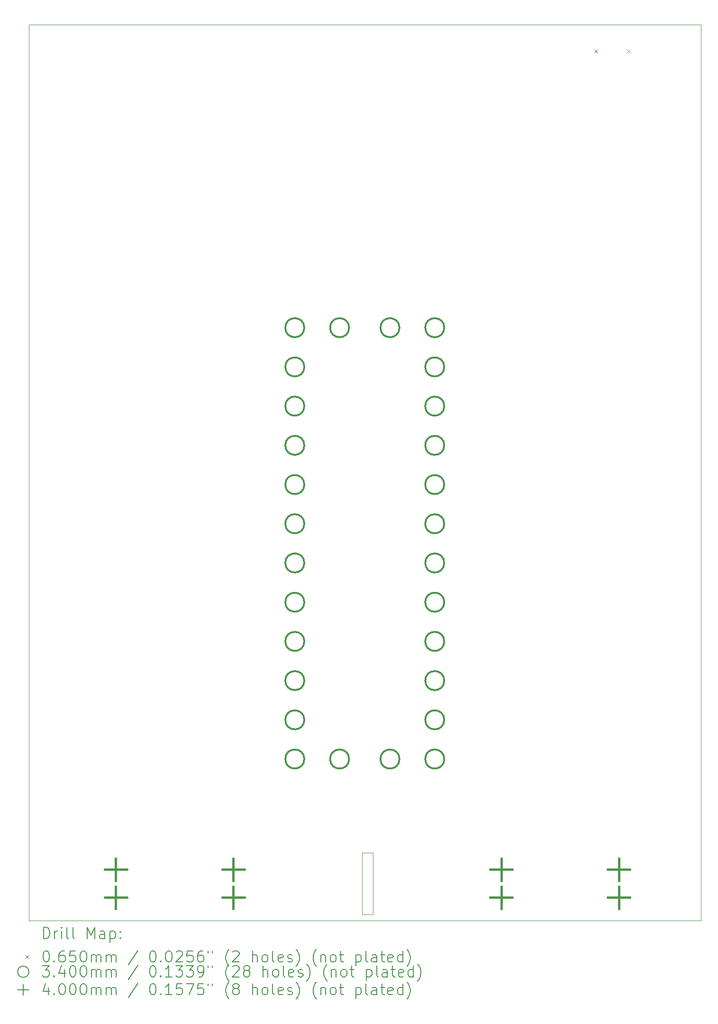
<source format=gbr>
%TF.GenerationSoftware,KiCad,Pcbnew,8.0.9-8.0.9-0~ubuntu24.04.1*%
%TF.CreationDate,2025-03-26T21:18:23+01:00*%
%TF.ProjectId,xResistorTranferBank,78526573-6973-4746-9f72-5472616e6665,rev?*%
%TF.SameCoordinates,Original*%
%TF.FileFunction,Drillmap*%
%TF.FilePolarity,Positive*%
%FSLAX45Y45*%
G04 Gerber Fmt 4.5, Leading zero omitted, Abs format (unit mm)*
G04 Created by KiCad (PCBNEW 8.0.9-8.0.9-0~ubuntu24.04.1) date 2025-03-26 21:18:23*
%MOMM*%
%LPD*%
G01*
G04 APERTURE LIST*
%ADD10C,0.100000*%
%ADD11C,0.200000*%
%ADD12C,0.340000*%
%ADD13C,0.400000*%
G04 APERTURE END LIST*
D10*
X2753365Y-2315600D02*
X14753365Y-2315600D01*
X14753365Y-18315600D01*
X2753365Y-18315600D01*
X2753365Y-2315600D01*
X8700000Y-17100000D02*
X8900000Y-17100000D01*
X8900000Y-18200000D01*
X8700000Y-18200000D01*
X8700000Y-17100000D01*
D11*
D10*
X12846250Y-2762400D02*
X12911250Y-2827400D01*
X12911250Y-2762400D02*
X12846250Y-2827400D01*
X13424250Y-2762400D02*
X13489250Y-2827400D01*
X13489250Y-2762400D02*
X13424250Y-2827400D01*
D12*
X7669315Y-7727760D02*
G75*
G02*
X7329315Y-7727760I-170000J0D01*
G01*
X7329315Y-7727760D02*
G75*
G02*
X7669315Y-7727760I170000J0D01*
G01*
X7669315Y-8427760D02*
G75*
G02*
X7329315Y-8427760I-170000J0D01*
G01*
X7329315Y-8427760D02*
G75*
G02*
X7669315Y-8427760I170000J0D01*
G01*
X7669315Y-9127760D02*
G75*
G02*
X7329315Y-9127760I-170000J0D01*
G01*
X7329315Y-9127760D02*
G75*
G02*
X7669315Y-9127760I170000J0D01*
G01*
X7669315Y-9827760D02*
G75*
G02*
X7329315Y-9827760I-170000J0D01*
G01*
X7329315Y-9827760D02*
G75*
G02*
X7669315Y-9827760I170000J0D01*
G01*
X7669315Y-10527760D02*
G75*
G02*
X7329315Y-10527760I-170000J0D01*
G01*
X7329315Y-10527760D02*
G75*
G02*
X7669315Y-10527760I170000J0D01*
G01*
X7669315Y-11227760D02*
G75*
G02*
X7329315Y-11227760I-170000J0D01*
G01*
X7329315Y-11227760D02*
G75*
G02*
X7669315Y-11227760I170000J0D01*
G01*
X7669315Y-11927760D02*
G75*
G02*
X7329315Y-11927760I-170000J0D01*
G01*
X7329315Y-11927760D02*
G75*
G02*
X7669315Y-11927760I170000J0D01*
G01*
X7669315Y-12627760D02*
G75*
G02*
X7329315Y-12627760I-170000J0D01*
G01*
X7329315Y-12627760D02*
G75*
G02*
X7669315Y-12627760I170000J0D01*
G01*
X7669315Y-13327760D02*
G75*
G02*
X7329315Y-13327760I-170000J0D01*
G01*
X7329315Y-13327760D02*
G75*
G02*
X7669315Y-13327760I170000J0D01*
G01*
X7669315Y-14027760D02*
G75*
G02*
X7329315Y-14027760I-170000J0D01*
G01*
X7329315Y-14027760D02*
G75*
G02*
X7669315Y-14027760I170000J0D01*
G01*
X7669315Y-14727760D02*
G75*
G02*
X7329315Y-14727760I-170000J0D01*
G01*
X7329315Y-14727760D02*
G75*
G02*
X7669315Y-14727760I170000J0D01*
G01*
X7669315Y-15427760D02*
G75*
G02*
X7329315Y-15427760I-170000J0D01*
G01*
X7329315Y-15427760D02*
G75*
G02*
X7669315Y-15427760I170000J0D01*
G01*
X8469315Y-7727760D02*
G75*
G02*
X8129315Y-7727760I-170000J0D01*
G01*
X8129315Y-7727760D02*
G75*
G02*
X8469315Y-7727760I170000J0D01*
G01*
X8469315Y-15427760D02*
G75*
G02*
X8129315Y-15427760I-170000J0D01*
G01*
X8129315Y-15427760D02*
G75*
G02*
X8469315Y-15427760I170000J0D01*
G01*
X9369315Y-7727760D02*
G75*
G02*
X9029315Y-7727760I-170000J0D01*
G01*
X9029315Y-7727760D02*
G75*
G02*
X9369315Y-7727760I170000J0D01*
G01*
X9369315Y-15427760D02*
G75*
G02*
X9029315Y-15427760I-170000J0D01*
G01*
X9029315Y-15427760D02*
G75*
G02*
X9369315Y-15427760I170000J0D01*
G01*
X10169315Y-7727760D02*
G75*
G02*
X9829315Y-7727760I-170000J0D01*
G01*
X9829315Y-7727760D02*
G75*
G02*
X10169315Y-7727760I170000J0D01*
G01*
X10169315Y-8427760D02*
G75*
G02*
X9829315Y-8427760I-170000J0D01*
G01*
X9829315Y-8427760D02*
G75*
G02*
X10169315Y-8427760I170000J0D01*
G01*
X10169315Y-9127760D02*
G75*
G02*
X9829315Y-9127760I-170000J0D01*
G01*
X9829315Y-9127760D02*
G75*
G02*
X10169315Y-9127760I170000J0D01*
G01*
X10169315Y-9827760D02*
G75*
G02*
X9829315Y-9827760I-170000J0D01*
G01*
X9829315Y-9827760D02*
G75*
G02*
X10169315Y-9827760I170000J0D01*
G01*
X10169315Y-10527760D02*
G75*
G02*
X9829315Y-10527760I-170000J0D01*
G01*
X9829315Y-10527760D02*
G75*
G02*
X10169315Y-10527760I170000J0D01*
G01*
X10169315Y-11227760D02*
G75*
G02*
X9829315Y-11227760I-170000J0D01*
G01*
X9829315Y-11227760D02*
G75*
G02*
X10169315Y-11227760I170000J0D01*
G01*
X10169315Y-11927760D02*
G75*
G02*
X9829315Y-11927760I-170000J0D01*
G01*
X9829315Y-11927760D02*
G75*
G02*
X10169315Y-11927760I170000J0D01*
G01*
X10169315Y-12627760D02*
G75*
G02*
X9829315Y-12627760I-170000J0D01*
G01*
X9829315Y-12627760D02*
G75*
G02*
X10169315Y-12627760I170000J0D01*
G01*
X10169315Y-13327760D02*
G75*
G02*
X9829315Y-13327760I-170000J0D01*
G01*
X9829315Y-13327760D02*
G75*
G02*
X10169315Y-13327760I170000J0D01*
G01*
X10169315Y-14027760D02*
G75*
G02*
X9829315Y-14027760I-170000J0D01*
G01*
X9829315Y-14027760D02*
G75*
G02*
X10169315Y-14027760I170000J0D01*
G01*
X10169315Y-14727760D02*
G75*
G02*
X9829315Y-14727760I-170000J0D01*
G01*
X9829315Y-14727760D02*
G75*
G02*
X10169315Y-14727760I170000J0D01*
G01*
X10169315Y-15427760D02*
G75*
G02*
X9829315Y-15427760I-170000J0D01*
G01*
X9829315Y-15427760D02*
G75*
G02*
X10169315Y-15427760I170000J0D01*
G01*
D13*
X4300000Y-17200000D02*
X4300000Y-17600000D01*
X4100000Y-17400000D02*
X4500000Y-17400000D01*
X4300000Y-17700000D02*
X4300000Y-18100000D01*
X4100000Y-17900000D02*
X4500000Y-17900000D01*
X6400000Y-17200000D02*
X6400000Y-17600000D01*
X6200000Y-17400000D02*
X6600000Y-17400000D01*
X6400000Y-17700000D02*
X6400000Y-18100000D01*
X6200000Y-17900000D02*
X6600000Y-17900000D01*
X11187500Y-17200000D02*
X11187500Y-17600000D01*
X10987500Y-17400000D02*
X11387500Y-17400000D01*
X11187500Y-17700000D02*
X11187500Y-18100000D01*
X10987500Y-17900000D02*
X11387500Y-17900000D01*
X13287500Y-17200000D02*
X13287500Y-17600000D01*
X13087500Y-17400000D02*
X13487500Y-17400000D01*
X13287500Y-17700000D02*
X13287500Y-18100000D01*
X13087500Y-17900000D02*
X13487500Y-17900000D01*
D11*
X3009142Y-18632084D02*
X3009142Y-18432084D01*
X3009142Y-18432084D02*
X3056761Y-18432084D01*
X3056761Y-18432084D02*
X3085332Y-18441608D01*
X3085332Y-18441608D02*
X3104380Y-18460655D01*
X3104380Y-18460655D02*
X3113904Y-18479703D01*
X3113904Y-18479703D02*
X3123427Y-18517798D01*
X3123427Y-18517798D02*
X3123427Y-18546370D01*
X3123427Y-18546370D02*
X3113904Y-18584465D01*
X3113904Y-18584465D02*
X3104380Y-18603512D01*
X3104380Y-18603512D02*
X3085332Y-18622560D01*
X3085332Y-18622560D02*
X3056761Y-18632084D01*
X3056761Y-18632084D02*
X3009142Y-18632084D01*
X3209142Y-18632084D02*
X3209142Y-18498750D01*
X3209142Y-18536846D02*
X3218666Y-18517798D01*
X3218666Y-18517798D02*
X3228189Y-18508274D01*
X3228189Y-18508274D02*
X3247237Y-18498750D01*
X3247237Y-18498750D02*
X3266285Y-18498750D01*
X3332951Y-18632084D02*
X3332951Y-18498750D01*
X3332951Y-18432084D02*
X3323427Y-18441608D01*
X3323427Y-18441608D02*
X3332951Y-18451131D01*
X3332951Y-18451131D02*
X3342475Y-18441608D01*
X3342475Y-18441608D02*
X3332951Y-18432084D01*
X3332951Y-18432084D02*
X3332951Y-18451131D01*
X3456761Y-18632084D02*
X3437713Y-18622560D01*
X3437713Y-18622560D02*
X3428189Y-18603512D01*
X3428189Y-18603512D02*
X3428189Y-18432084D01*
X3561523Y-18632084D02*
X3542475Y-18622560D01*
X3542475Y-18622560D02*
X3532951Y-18603512D01*
X3532951Y-18603512D02*
X3532951Y-18432084D01*
X3790094Y-18632084D02*
X3790094Y-18432084D01*
X3790094Y-18432084D02*
X3856761Y-18574941D01*
X3856761Y-18574941D02*
X3923427Y-18432084D01*
X3923427Y-18432084D02*
X3923427Y-18632084D01*
X4104380Y-18632084D02*
X4104380Y-18527322D01*
X4104380Y-18527322D02*
X4094856Y-18508274D01*
X4094856Y-18508274D02*
X4075808Y-18498750D01*
X4075808Y-18498750D02*
X4037713Y-18498750D01*
X4037713Y-18498750D02*
X4018666Y-18508274D01*
X4104380Y-18622560D02*
X4085332Y-18632084D01*
X4085332Y-18632084D02*
X4037713Y-18632084D01*
X4037713Y-18632084D02*
X4018666Y-18622560D01*
X4018666Y-18622560D02*
X4009142Y-18603512D01*
X4009142Y-18603512D02*
X4009142Y-18584465D01*
X4009142Y-18584465D02*
X4018666Y-18565417D01*
X4018666Y-18565417D02*
X4037713Y-18555893D01*
X4037713Y-18555893D02*
X4085332Y-18555893D01*
X4085332Y-18555893D02*
X4104380Y-18546370D01*
X4199618Y-18498750D02*
X4199618Y-18698750D01*
X4199618Y-18508274D02*
X4218666Y-18498750D01*
X4218666Y-18498750D02*
X4256761Y-18498750D01*
X4256761Y-18498750D02*
X4275809Y-18508274D01*
X4275809Y-18508274D02*
X4285332Y-18517798D01*
X4285332Y-18517798D02*
X4294856Y-18536846D01*
X4294856Y-18536846D02*
X4294856Y-18593989D01*
X4294856Y-18593989D02*
X4285332Y-18613036D01*
X4285332Y-18613036D02*
X4275809Y-18622560D01*
X4275809Y-18622560D02*
X4256761Y-18632084D01*
X4256761Y-18632084D02*
X4218666Y-18632084D01*
X4218666Y-18632084D02*
X4199618Y-18622560D01*
X4380570Y-18613036D02*
X4390094Y-18622560D01*
X4390094Y-18622560D02*
X4380570Y-18632084D01*
X4380570Y-18632084D02*
X4371047Y-18622560D01*
X4371047Y-18622560D02*
X4380570Y-18613036D01*
X4380570Y-18613036D02*
X4380570Y-18632084D01*
X4380570Y-18508274D02*
X4390094Y-18517798D01*
X4390094Y-18517798D02*
X4380570Y-18527322D01*
X4380570Y-18527322D02*
X4371047Y-18517798D01*
X4371047Y-18517798D02*
X4380570Y-18508274D01*
X4380570Y-18508274D02*
X4380570Y-18527322D01*
D10*
X2683365Y-18928100D02*
X2748365Y-18993100D01*
X2748365Y-18928100D02*
X2683365Y-18993100D01*
D11*
X3047237Y-18852084D02*
X3066285Y-18852084D01*
X3066285Y-18852084D02*
X3085332Y-18861608D01*
X3085332Y-18861608D02*
X3094856Y-18871131D01*
X3094856Y-18871131D02*
X3104380Y-18890179D01*
X3104380Y-18890179D02*
X3113904Y-18928274D01*
X3113904Y-18928274D02*
X3113904Y-18975893D01*
X3113904Y-18975893D02*
X3104380Y-19013989D01*
X3104380Y-19013989D02*
X3094856Y-19033036D01*
X3094856Y-19033036D02*
X3085332Y-19042560D01*
X3085332Y-19042560D02*
X3066285Y-19052084D01*
X3066285Y-19052084D02*
X3047237Y-19052084D01*
X3047237Y-19052084D02*
X3028189Y-19042560D01*
X3028189Y-19042560D02*
X3018666Y-19033036D01*
X3018666Y-19033036D02*
X3009142Y-19013989D01*
X3009142Y-19013989D02*
X2999618Y-18975893D01*
X2999618Y-18975893D02*
X2999618Y-18928274D01*
X2999618Y-18928274D02*
X3009142Y-18890179D01*
X3009142Y-18890179D02*
X3018666Y-18871131D01*
X3018666Y-18871131D02*
X3028189Y-18861608D01*
X3028189Y-18861608D02*
X3047237Y-18852084D01*
X3199618Y-19033036D02*
X3209142Y-19042560D01*
X3209142Y-19042560D02*
X3199618Y-19052084D01*
X3199618Y-19052084D02*
X3190094Y-19042560D01*
X3190094Y-19042560D02*
X3199618Y-19033036D01*
X3199618Y-19033036D02*
X3199618Y-19052084D01*
X3380570Y-18852084D02*
X3342475Y-18852084D01*
X3342475Y-18852084D02*
X3323427Y-18861608D01*
X3323427Y-18861608D02*
X3313904Y-18871131D01*
X3313904Y-18871131D02*
X3294856Y-18899703D01*
X3294856Y-18899703D02*
X3285332Y-18937798D01*
X3285332Y-18937798D02*
X3285332Y-19013989D01*
X3285332Y-19013989D02*
X3294856Y-19033036D01*
X3294856Y-19033036D02*
X3304380Y-19042560D01*
X3304380Y-19042560D02*
X3323427Y-19052084D01*
X3323427Y-19052084D02*
X3361523Y-19052084D01*
X3361523Y-19052084D02*
X3380570Y-19042560D01*
X3380570Y-19042560D02*
X3390094Y-19033036D01*
X3390094Y-19033036D02*
X3399618Y-19013989D01*
X3399618Y-19013989D02*
X3399618Y-18966370D01*
X3399618Y-18966370D02*
X3390094Y-18947322D01*
X3390094Y-18947322D02*
X3380570Y-18937798D01*
X3380570Y-18937798D02*
X3361523Y-18928274D01*
X3361523Y-18928274D02*
X3323427Y-18928274D01*
X3323427Y-18928274D02*
X3304380Y-18937798D01*
X3304380Y-18937798D02*
X3294856Y-18947322D01*
X3294856Y-18947322D02*
X3285332Y-18966370D01*
X3580570Y-18852084D02*
X3485332Y-18852084D01*
X3485332Y-18852084D02*
X3475808Y-18947322D01*
X3475808Y-18947322D02*
X3485332Y-18937798D01*
X3485332Y-18937798D02*
X3504380Y-18928274D01*
X3504380Y-18928274D02*
X3551999Y-18928274D01*
X3551999Y-18928274D02*
X3571047Y-18937798D01*
X3571047Y-18937798D02*
X3580570Y-18947322D01*
X3580570Y-18947322D02*
X3590094Y-18966370D01*
X3590094Y-18966370D02*
X3590094Y-19013989D01*
X3590094Y-19013989D02*
X3580570Y-19033036D01*
X3580570Y-19033036D02*
X3571047Y-19042560D01*
X3571047Y-19042560D02*
X3551999Y-19052084D01*
X3551999Y-19052084D02*
X3504380Y-19052084D01*
X3504380Y-19052084D02*
X3485332Y-19042560D01*
X3485332Y-19042560D02*
X3475808Y-19033036D01*
X3713904Y-18852084D02*
X3732951Y-18852084D01*
X3732951Y-18852084D02*
X3751999Y-18861608D01*
X3751999Y-18861608D02*
X3761523Y-18871131D01*
X3761523Y-18871131D02*
X3771047Y-18890179D01*
X3771047Y-18890179D02*
X3780570Y-18928274D01*
X3780570Y-18928274D02*
X3780570Y-18975893D01*
X3780570Y-18975893D02*
X3771047Y-19013989D01*
X3771047Y-19013989D02*
X3761523Y-19033036D01*
X3761523Y-19033036D02*
X3751999Y-19042560D01*
X3751999Y-19042560D02*
X3732951Y-19052084D01*
X3732951Y-19052084D02*
X3713904Y-19052084D01*
X3713904Y-19052084D02*
X3694856Y-19042560D01*
X3694856Y-19042560D02*
X3685332Y-19033036D01*
X3685332Y-19033036D02*
X3675808Y-19013989D01*
X3675808Y-19013989D02*
X3666285Y-18975893D01*
X3666285Y-18975893D02*
X3666285Y-18928274D01*
X3666285Y-18928274D02*
X3675808Y-18890179D01*
X3675808Y-18890179D02*
X3685332Y-18871131D01*
X3685332Y-18871131D02*
X3694856Y-18861608D01*
X3694856Y-18861608D02*
X3713904Y-18852084D01*
X3866285Y-19052084D02*
X3866285Y-18918750D01*
X3866285Y-18937798D02*
X3875808Y-18928274D01*
X3875808Y-18928274D02*
X3894856Y-18918750D01*
X3894856Y-18918750D02*
X3923428Y-18918750D01*
X3923428Y-18918750D02*
X3942475Y-18928274D01*
X3942475Y-18928274D02*
X3951999Y-18947322D01*
X3951999Y-18947322D02*
X3951999Y-19052084D01*
X3951999Y-18947322D02*
X3961523Y-18928274D01*
X3961523Y-18928274D02*
X3980570Y-18918750D01*
X3980570Y-18918750D02*
X4009142Y-18918750D01*
X4009142Y-18918750D02*
X4028189Y-18928274D01*
X4028189Y-18928274D02*
X4037713Y-18947322D01*
X4037713Y-18947322D02*
X4037713Y-19052084D01*
X4132951Y-19052084D02*
X4132951Y-18918750D01*
X4132951Y-18937798D02*
X4142475Y-18928274D01*
X4142475Y-18928274D02*
X4161523Y-18918750D01*
X4161523Y-18918750D02*
X4190094Y-18918750D01*
X4190094Y-18918750D02*
X4209142Y-18928274D01*
X4209142Y-18928274D02*
X4218666Y-18947322D01*
X4218666Y-18947322D02*
X4218666Y-19052084D01*
X4218666Y-18947322D02*
X4228190Y-18928274D01*
X4228190Y-18928274D02*
X4247237Y-18918750D01*
X4247237Y-18918750D02*
X4275809Y-18918750D01*
X4275809Y-18918750D02*
X4294856Y-18928274D01*
X4294856Y-18928274D02*
X4304380Y-18947322D01*
X4304380Y-18947322D02*
X4304380Y-19052084D01*
X4694856Y-18842560D02*
X4523428Y-19099703D01*
X4951999Y-18852084D02*
X4971047Y-18852084D01*
X4971047Y-18852084D02*
X4990094Y-18861608D01*
X4990094Y-18861608D02*
X4999618Y-18871131D01*
X4999618Y-18871131D02*
X5009142Y-18890179D01*
X5009142Y-18890179D02*
X5018666Y-18928274D01*
X5018666Y-18928274D02*
X5018666Y-18975893D01*
X5018666Y-18975893D02*
X5009142Y-19013989D01*
X5009142Y-19013989D02*
X4999618Y-19033036D01*
X4999618Y-19033036D02*
X4990094Y-19042560D01*
X4990094Y-19042560D02*
X4971047Y-19052084D01*
X4971047Y-19052084D02*
X4951999Y-19052084D01*
X4951999Y-19052084D02*
X4932952Y-19042560D01*
X4932952Y-19042560D02*
X4923428Y-19033036D01*
X4923428Y-19033036D02*
X4913904Y-19013989D01*
X4913904Y-19013989D02*
X4904380Y-18975893D01*
X4904380Y-18975893D02*
X4904380Y-18928274D01*
X4904380Y-18928274D02*
X4913904Y-18890179D01*
X4913904Y-18890179D02*
X4923428Y-18871131D01*
X4923428Y-18871131D02*
X4932952Y-18861608D01*
X4932952Y-18861608D02*
X4951999Y-18852084D01*
X5104380Y-19033036D02*
X5113904Y-19042560D01*
X5113904Y-19042560D02*
X5104380Y-19052084D01*
X5104380Y-19052084D02*
X5094856Y-19042560D01*
X5094856Y-19042560D02*
X5104380Y-19033036D01*
X5104380Y-19033036D02*
X5104380Y-19052084D01*
X5237713Y-18852084D02*
X5256761Y-18852084D01*
X5256761Y-18852084D02*
X5275809Y-18861608D01*
X5275809Y-18861608D02*
X5285333Y-18871131D01*
X5285333Y-18871131D02*
X5294856Y-18890179D01*
X5294856Y-18890179D02*
X5304380Y-18928274D01*
X5304380Y-18928274D02*
X5304380Y-18975893D01*
X5304380Y-18975893D02*
X5294856Y-19013989D01*
X5294856Y-19013989D02*
X5285333Y-19033036D01*
X5285333Y-19033036D02*
X5275809Y-19042560D01*
X5275809Y-19042560D02*
X5256761Y-19052084D01*
X5256761Y-19052084D02*
X5237713Y-19052084D01*
X5237713Y-19052084D02*
X5218666Y-19042560D01*
X5218666Y-19042560D02*
X5209142Y-19033036D01*
X5209142Y-19033036D02*
X5199618Y-19013989D01*
X5199618Y-19013989D02*
X5190094Y-18975893D01*
X5190094Y-18975893D02*
X5190094Y-18928274D01*
X5190094Y-18928274D02*
X5199618Y-18890179D01*
X5199618Y-18890179D02*
X5209142Y-18871131D01*
X5209142Y-18871131D02*
X5218666Y-18861608D01*
X5218666Y-18861608D02*
X5237713Y-18852084D01*
X5380571Y-18871131D02*
X5390094Y-18861608D01*
X5390094Y-18861608D02*
X5409142Y-18852084D01*
X5409142Y-18852084D02*
X5456761Y-18852084D01*
X5456761Y-18852084D02*
X5475809Y-18861608D01*
X5475809Y-18861608D02*
X5485333Y-18871131D01*
X5485333Y-18871131D02*
X5494856Y-18890179D01*
X5494856Y-18890179D02*
X5494856Y-18909227D01*
X5494856Y-18909227D02*
X5485333Y-18937798D01*
X5485333Y-18937798D02*
X5371047Y-19052084D01*
X5371047Y-19052084D02*
X5494856Y-19052084D01*
X5675809Y-18852084D02*
X5580571Y-18852084D01*
X5580571Y-18852084D02*
X5571047Y-18947322D01*
X5571047Y-18947322D02*
X5580571Y-18937798D01*
X5580571Y-18937798D02*
X5599618Y-18928274D01*
X5599618Y-18928274D02*
X5647237Y-18928274D01*
X5647237Y-18928274D02*
X5666285Y-18937798D01*
X5666285Y-18937798D02*
X5675809Y-18947322D01*
X5675809Y-18947322D02*
X5685332Y-18966370D01*
X5685332Y-18966370D02*
X5685332Y-19013989D01*
X5685332Y-19013989D02*
X5675809Y-19033036D01*
X5675809Y-19033036D02*
X5666285Y-19042560D01*
X5666285Y-19042560D02*
X5647237Y-19052084D01*
X5647237Y-19052084D02*
X5599618Y-19052084D01*
X5599618Y-19052084D02*
X5580571Y-19042560D01*
X5580571Y-19042560D02*
X5571047Y-19033036D01*
X5856761Y-18852084D02*
X5818666Y-18852084D01*
X5818666Y-18852084D02*
X5799618Y-18861608D01*
X5799618Y-18861608D02*
X5790094Y-18871131D01*
X5790094Y-18871131D02*
X5771047Y-18899703D01*
X5771047Y-18899703D02*
X5761523Y-18937798D01*
X5761523Y-18937798D02*
X5761523Y-19013989D01*
X5761523Y-19013989D02*
X5771047Y-19033036D01*
X5771047Y-19033036D02*
X5780571Y-19042560D01*
X5780571Y-19042560D02*
X5799618Y-19052084D01*
X5799618Y-19052084D02*
X5837713Y-19052084D01*
X5837713Y-19052084D02*
X5856761Y-19042560D01*
X5856761Y-19042560D02*
X5866285Y-19033036D01*
X5866285Y-19033036D02*
X5875809Y-19013989D01*
X5875809Y-19013989D02*
X5875809Y-18966370D01*
X5875809Y-18966370D02*
X5866285Y-18947322D01*
X5866285Y-18947322D02*
X5856761Y-18937798D01*
X5856761Y-18937798D02*
X5837713Y-18928274D01*
X5837713Y-18928274D02*
X5799618Y-18928274D01*
X5799618Y-18928274D02*
X5780571Y-18937798D01*
X5780571Y-18937798D02*
X5771047Y-18947322D01*
X5771047Y-18947322D02*
X5761523Y-18966370D01*
X5951999Y-18852084D02*
X5951999Y-18890179D01*
X6028190Y-18852084D02*
X6028190Y-18890179D01*
X6323428Y-19128274D02*
X6313904Y-19118750D01*
X6313904Y-19118750D02*
X6294856Y-19090179D01*
X6294856Y-19090179D02*
X6285333Y-19071131D01*
X6285333Y-19071131D02*
X6275809Y-19042560D01*
X6275809Y-19042560D02*
X6266285Y-18994941D01*
X6266285Y-18994941D02*
X6266285Y-18956846D01*
X6266285Y-18956846D02*
X6275809Y-18909227D01*
X6275809Y-18909227D02*
X6285333Y-18880655D01*
X6285333Y-18880655D02*
X6294856Y-18861608D01*
X6294856Y-18861608D02*
X6313904Y-18833036D01*
X6313904Y-18833036D02*
X6323428Y-18823512D01*
X6390094Y-18871131D02*
X6399618Y-18861608D01*
X6399618Y-18861608D02*
X6418666Y-18852084D01*
X6418666Y-18852084D02*
X6466285Y-18852084D01*
X6466285Y-18852084D02*
X6485333Y-18861608D01*
X6485333Y-18861608D02*
X6494856Y-18871131D01*
X6494856Y-18871131D02*
X6504380Y-18890179D01*
X6504380Y-18890179D02*
X6504380Y-18909227D01*
X6504380Y-18909227D02*
X6494856Y-18937798D01*
X6494856Y-18937798D02*
X6380571Y-19052084D01*
X6380571Y-19052084D02*
X6504380Y-19052084D01*
X6742475Y-19052084D02*
X6742475Y-18852084D01*
X6828190Y-19052084D02*
X6828190Y-18947322D01*
X6828190Y-18947322D02*
X6818666Y-18928274D01*
X6818666Y-18928274D02*
X6799618Y-18918750D01*
X6799618Y-18918750D02*
X6771047Y-18918750D01*
X6771047Y-18918750D02*
X6751999Y-18928274D01*
X6751999Y-18928274D02*
X6742475Y-18937798D01*
X6951999Y-19052084D02*
X6932952Y-19042560D01*
X6932952Y-19042560D02*
X6923428Y-19033036D01*
X6923428Y-19033036D02*
X6913904Y-19013989D01*
X6913904Y-19013989D02*
X6913904Y-18956846D01*
X6913904Y-18956846D02*
X6923428Y-18937798D01*
X6923428Y-18937798D02*
X6932952Y-18928274D01*
X6932952Y-18928274D02*
X6951999Y-18918750D01*
X6951999Y-18918750D02*
X6980571Y-18918750D01*
X6980571Y-18918750D02*
X6999618Y-18928274D01*
X6999618Y-18928274D02*
X7009142Y-18937798D01*
X7009142Y-18937798D02*
X7018666Y-18956846D01*
X7018666Y-18956846D02*
X7018666Y-19013989D01*
X7018666Y-19013989D02*
X7009142Y-19033036D01*
X7009142Y-19033036D02*
X6999618Y-19042560D01*
X6999618Y-19042560D02*
X6980571Y-19052084D01*
X6980571Y-19052084D02*
X6951999Y-19052084D01*
X7132952Y-19052084D02*
X7113904Y-19042560D01*
X7113904Y-19042560D02*
X7104380Y-19023512D01*
X7104380Y-19023512D02*
X7104380Y-18852084D01*
X7285333Y-19042560D02*
X7266285Y-19052084D01*
X7266285Y-19052084D02*
X7228190Y-19052084D01*
X7228190Y-19052084D02*
X7209142Y-19042560D01*
X7209142Y-19042560D02*
X7199618Y-19023512D01*
X7199618Y-19023512D02*
X7199618Y-18947322D01*
X7199618Y-18947322D02*
X7209142Y-18928274D01*
X7209142Y-18928274D02*
X7228190Y-18918750D01*
X7228190Y-18918750D02*
X7266285Y-18918750D01*
X7266285Y-18918750D02*
X7285333Y-18928274D01*
X7285333Y-18928274D02*
X7294856Y-18947322D01*
X7294856Y-18947322D02*
X7294856Y-18966370D01*
X7294856Y-18966370D02*
X7199618Y-18985417D01*
X7371047Y-19042560D02*
X7390095Y-19052084D01*
X7390095Y-19052084D02*
X7428190Y-19052084D01*
X7428190Y-19052084D02*
X7447237Y-19042560D01*
X7447237Y-19042560D02*
X7456761Y-19023512D01*
X7456761Y-19023512D02*
X7456761Y-19013989D01*
X7456761Y-19013989D02*
X7447237Y-18994941D01*
X7447237Y-18994941D02*
X7428190Y-18985417D01*
X7428190Y-18985417D02*
X7399618Y-18985417D01*
X7399618Y-18985417D02*
X7380571Y-18975893D01*
X7380571Y-18975893D02*
X7371047Y-18956846D01*
X7371047Y-18956846D02*
X7371047Y-18947322D01*
X7371047Y-18947322D02*
X7380571Y-18928274D01*
X7380571Y-18928274D02*
X7399618Y-18918750D01*
X7399618Y-18918750D02*
X7428190Y-18918750D01*
X7428190Y-18918750D02*
X7447237Y-18928274D01*
X7523428Y-19128274D02*
X7532952Y-19118750D01*
X7532952Y-19118750D02*
X7551999Y-19090179D01*
X7551999Y-19090179D02*
X7561523Y-19071131D01*
X7561523Y-19071131D02*
X7571047Y-19042560D01*
X7571047Y-19042560D02*
X7580571Y-18994941D01*
X7580571Y-18994941D02*
X7580571Y-18956846D01*
X7580571Y-18956846D02*
X7571047Y-18909227D01*
X7571047Y-18909227D02*
X7561523Y-18880655D01*
X7561523Y-18880655D02*
X7551999Y-18861608D01*
X7551999Y-18861608D02*
X7532952Y-18833036D01*
X7532952Y-18833036D02*
X7523428Y-18823512D01*
X7885333Y-19128274D02*
X7875809Y-19118750D01*
X7875809Y-19118750D02*
X7856761Y-19090179D01*
X7856761Y-19090179D02*
X7847237Y-19071131D01*
X7847237Y-19071131D02*
X7837714Y-19042560D01*
X7837714Y-19042560D02*
X7828190Y-18994941D01*
X7828190Y-18994941D02*
X7828190Y-18956846D01*
X7828190Y-18956846D02*
X7837714Y-18909227D01*
X7837714Y-18909227D02*
X7847237Y-18880655D01*
X7847237Y-18880655D02*
X7856761Y-18861608D01*
X7856761Y-18861608D02*
X7875809Y-18833036D01*
X7875809Y-18833036D02*
X7885333Y-18823512D01*
X7961523Y-18918750D02*
X7961523Y-19052084D01*
X7961523Y-18937798D02*
X7971047Y-18928274D01*
X7971047Y-18928274D02*
X7990095Y-18918750D01*
X7990095Y-18918750D02*
X8018666Y-18918750D01*
X8018666Y-18918750D02*
X8037714Y-18928274D01*
X8037714Y-18928274D02*
X8047237Y-18947322D01*
X8047237Y-18947322D02*
X8047237Y-19052084D01*
X8171047Y-19052084D02*
X8151999Y-19042560D01*
X8151999Y-19042560D02*
X8142476Y-19033036D01*
X8142476Y-19033036D02*
X8132952Y-19013989D01*
X8132952Y-19013989D02*
X8132952Y-18956846D01*
X8132952Y-18956846D02*
X8142476Y-18937798D01*
X8142476Y-18937798D02*
X8151999Y-18928274D01*
X8151999Y-18928274D02*
X8171047Y-18918750D01*
X8171047Y-18918750D02*
X8199618Y-18918750D01*
X8199618Y-18918750D02*
X8218666Y-18928274D01*
X8218666Y-18928274D02*
X8228190Y-18937798D01*
X8228190Y-18937798D02*
X8237714Y-18956846D01*
X8237714Y-18956846D02*
X8237714Y-19013989D01*
X8237714Y-19013989D02*
X8228190Y-19033036D01*
X8228190Y-19033036D02*
X8218666Y-19042560D01*
X8218666Y-19042560D02*
X8199618Y-19052084D01*
X8199618Y-19052084D02*
X8171047Y-19052084D01*
X8294857Y-18918750D02*
X8371047Y-18918750D01*
X8323428Y-18852084D02*
X8323428Y-19023512D01*
X8323428Y-19023512D02*
X8332952Y-19042560D01*
X8332952Y-19042560D02*
X8351999Y-19052084D01*
X8351999Y-19052084D02*
X8371047Y-19052084D01*
X8590095Y-18918750D02*
X8590095Y-19118750D01*
X8590095Y-18928274D02*
X8609142Y-18918750D01*
X8609142Y-18918750D02*
X8647238Y-18918750D01*
X8647238Y-18918750D02*
X8666285Y-18928274D01*
X8666285Y-18928274D02*
X8675809Y-18937798D01*
X8675809Y-18937798D02*
X8685333Y-18956846D01*
X8685333Y-18956846D02*
X8685333Y-19013989D01*
X8685333Y-19013989D02*
X8675809Y-19033036D01*
X8675809Y-19033036D02*
X8666285Y-19042560D01*
X8666285Y-19042560D02*
X8647238Y-19052084D01*
X8647238Y-19052084D02*
X8609142Y-19052084D01*
X8609142Y-19052084D02*
X8590095Y-19042560D01*
X8799619Y-19052084D02*
X8780571Y-19042560D01*
X8780571Y-19042560D02*
X8771047Y-19023512D01*
X8771047Y-19023512D02*
X8771047Y-18852084D01*
X8961523Y-19052084D02*
X8961523Y-18947322D01*
X8961523Y-18947322D02*
X8952000Y-18928274D01*
X8952000Y-18928274D02*
X8932952Y-18918750D01*
X8932952Y-18918750D02*
X8894857Y-18918750D01*
X8894857Y-18918750D02*
X8875809Y-18928274D01*
X8961523Y-19042560D02*
X8942476Y-19052084D01*
X8942476Y-19052084D02*
X8894857Y-19052084D01*
X8894857Y-19052084D02*
X8875809Y-19042560D01*
X8875809Y-19042560D02*
X8866285Y-19023512D01*
X8866285Y-19023512D02*
X8866285Y-19004465D01*
X8866285Y-19004465D02*
X8875809Y-18985417D01*
X8875809Y-18985417D02*
X8894857Y-18975893D01*
X8894857Y-18975893D02*
X8942476Y-18975893D01*
X8942476Y-18975893D02*
X8961523Y-18966370D01*
X9028190Y-18918750D02*
X9104380Y-18918750D01*
X9056761Y-18852084D02*
X9056761Y-19023512D01*
X9056761Y-19023512D02*
X9066285Y-19042560D01*
X9066285Y-19042560D02*
X9085333Y-19052084D01*
X9085333Y-19052084D02*
X9104380Y-19052084D01*
X9247238Y-19042560D02*
X9228190Y-19052084D01*
X9228190Y-19052084D02*
X9190095Y-19052084D01*
X9190095Y-19052084D02*
X9171047Y-19042560D01*
X9171047Y-19042560D02*
X9161523Y-19023512D01*
X9161523Y-19023512D02*
X9161523Y-18947322D01*
X9161523Y-18947322D02*
X9171047Y-18928274D01*
X9171047Y-18928274D02*
X9190095Y-18918750D01*
X9190095Y-18918750D02*
X9228190Y-18918750D01*
X9228190Y-18918750D02*
X9247238Y-18928274D01*
X9247238Y-18928274D02*
X9256761Y-18947322D01*
X9256761Y-18947322D02*
X9256761Y-18966370D01*
X9256761Y-18966370D02*
X9161523Y-18985417D01*
X9428190Y-19052084D02*
X9428190Y-18852084D01*
X9428190Y-19042560D02*
X9409142Y-19052084D01*
X9409142Y-19052084D02*
X9371047Y-19052084D01*
X9371047Y-19052084D02*
X9352000Y-19042560D01*
X9352000Y-19042560D02*
X9342476Y-19033036D01*
X9342476Y-19033036D02*
X9332952Y-19013989D01*
X9332952Y-19013989D02*
X9332952Y-18956846D01*
X9332952Y-18956846D02*
X9342476Y-18937798D01*
X9342476Y-18937798D02*
X9352000Y-18928274D01*
X9352000Y-18928274D02*
X9371047Y-18918750D01*
X9371047Y-18918750D02*
X9409142Y-18918750D01*
X9409142Y-18918750D02*
X9428190Y-18928274D01*
X9504381Y-19128274D02*
X9513904Y-19118750D01*
X9513904Y-19118750D02*
X9532952Y-19090179D01*
X9532952Y-19090179D02*
X9542476Y-19071131D01*
X9542476Y-19071131D02*
X9552000Y-19042560D01*
X9552000Y-19042560D02*
X9561523Y-18994941D01*
X9561523Y-18994941D02*
X9561523Y-18956846D01*
X9561523Y-18956846D02*
X9552000Y-18909227D01*
X9552000Y-18909227D02*
X9542476Y-18880655D01*
X9542476Y-18880655D02*
X9532952Y-18861608D01*
X9532952Y-18861608D02*
X9513904Y-18833036D01*
X9513904Y-18833036D02*
X9504381Y-18823512D01*
X2748365Y-19224600D02*
G75*
G02*
X2548365Y-19224600I-100000J0D01*
G01*
X2548365Y-19224600D02*
G75*
G02*
X2748365Y-19224600I100000J0D01*
G01*
X2990094Y-19116084D02*
X3113904Y-19116084D01*
X3113904Y-19116084D02*
X3047237Y-19192274D01*
X3047237Y-19192274D02*
X3075808Y-19192274D01*
X3075808Y-19192274D02*
X3094856Y-19201798D01*
X3094856Y-19201798D02*
X3104380Y-19211322D01*
X3104380Y-19211322D02*
X3113904Y-19230370D01*
X3113904Y-19230370D02*
X3113904Y-19277989D01*
X3113904Y-19277989D02*
X3104380Y-19297036D01*
X3104380Y-19297036D02*
X3094856Y-19306560D01*
X3094856Y-19306560D02*
X3075808Y-19316084D01*
X3075808Y-19316084D02*
X3018666Y-19316084D01*
X3018666Y-19316084D02*
X2999618Y-19306560D01*
X2999618Y-19306560D02*
X2990094Y-19297036D01*
X3199618Y-19297036D02*
X3209142Y-19306560D01*
X3209142Y-19306560D02*
X3199618Y-19316084D01*
X3199618Y-19316084D02*
X3190094Y-19306560D01*
X3190094Y-19306560D02*
X3199618Y-19297036D01*
X3199618Y-19297036D02*
X3199618Y-19316084D01*
X3380570Y-19182750D02*
X3380570Y-19316084D01*
X3332951Y-19106560D02*
X3285332Y-19249417D01*
X3285332Y-19249417D02*
X3409142Y-19249417D01*
X3523427Y-19116084D02*
X3542475Y-19116084D01*
X3542475Y-19116084D02*
X3561523Y-19125608D01*
X3561523Y-19125608D02*
X3571047Y-19135131D01*
X3571047Y-19135131D02*
X3580570Y-19154179D01*
X3580570Y-19154179D02*
X3590094Y-19192274D01*
X3590094Y-19192274D02*
X3590094Y-19239893D01*
X3590094Y-19239893D02*
X3580570Y-19277989D01*
X3580570Y-19277989D02*
X3571047Y-19297036D01*
X3571047Y-19297036D02*
X3561523Y-19306560D01*
X3561523Y-19306560D02*
X3542475Y-19316084D01*
X3542475Y-19316084D02*
X3523427Y-19316084D01*
X3523427Y-19316084D02*
X3504380Y-19306560D01*
X3504380Y-19306560D02*
X3494856Y-19297036D01*
X3494856Y-19297036D02*
X3485332Y-19277989D01*
X3485332Y-19277989D02*
X3475808Y-19239893D01*
X3475808Y-19239893D02*
X3475808Y-19192274D01*
X3475808Y-19192274D02*
X3485332Y-19154179D01*
X3485332Y-19154179D02*
X3494856Y-19135131D01*
X3494856Y-19135131D02*
X3504380Y-19125608D01*
X3504380Y-19125608D02*
X3523427Y-19116084D01*
X3713904Y-19116084D02*
X3732951Y-19116084D01*
X3732951Y-19116084D02*
X3751999Y-19125608D01*
X3751999Y-19125608D02*
X3761523Y-19135131D01*
X3761523Y-19135131D02*
X3771047Y-19154179D01*
X3771047Y-19154179D02*
X3780570Y-19192274D01*
X3780570Y-19192274D02*
X3780570Y-19239893D01*
X3780570Y-19239893D02*
X3771047Y-19277989D01*
X3771047Y-19277989D02*
X3761523Y-19297036D01*
X3761523Y-19297036D02*
X3751999Y-19306560D01*
X3751999Y-19306560D02*
X3732951Y-19316084D01*
X3732951Y-19316084D02*
X3713904Y-19316084D01*
X3713904Y-19316084D02*
X3694856Y-19306560D01*
X3694856Y-19306560D02*
X3685332Y-19297036D01*
X3685332Y-19297036D02*
X3675808Y-19277989D01*
X3675808Y-19277989D02*
X3666285Y-19239893D01*
X3666285Y-19239893D02*
X3666285Y-19192274D01*
X3666285Y-19192274D02*
X3675808Y-19154179D01*
X3675808Y-19154179D02*
X3685332Y-19135131D01*
X3685332Y-19135131D02*
X3694856Y-19125608D01*
X3694856Y-19125608D02*
X3713904Y-19116084D01*
X3866285Y-19316084D02*
X3866285Y-19182750D01*
X3866285Y-19201798D02*
X3875808Y-19192274D01*
X3875808Y-19192274D02*
X3894856Y-19182750D01*
X3894856Y-19182750D02*
X3923428Y-19182750D01*
X3923428Y-19182750D02*
X3942475Y-19192274D01*
X3942475Y-19192274D02*
X3951999Y-19211322D01*
X3951999Y-19211322D02*
X3951999Y-19316084D01*
X3951999Y-19211322D02*
X3961523Y-19192274D01*
X3961523Y-19192274D02*
X3980570Y-19182750D01*
X3980570Y-19182750D02*
X4009142Y-19182750D01*
X4009142Y-19182750D02*
X4028189Y-19192274D01*
X4028189Y-19192274D02*
X4037713Y-19211322D01*
X4037713Y-19211322D02*
X4037713Y-19316084D01*
X4132951Y-19316084D02*
X4132951Y-19182750D01*
X4132951Y-19201798D02*
X4142475Y-19192274D01*
X4142475Y-19192274D02*
X4161523Y-19182750D01*
X4161523Y-19182750D02*
X4190094Y-19182750D01*
X4190094Y-19182750D02*
X4209142Y-19192274D01*
X4209142Y-19192274D02*
X4218666Y-19211322D01*
X4218666Y-19211322D02*
X4218666Y-19316084D01*
X4218666Y-19211322D02*
X4228190Y-19192274D01*
X4228190Y-19192274D02*
X4247237Y-19182750D01*
X4247237Y-19182750D02*
X4275809Y-19182750D01*
X4275809Y-19182750D02*
X4294856Y-19192274D01*
X4294856Y-19192274D02*
X4304380Y-19211322D01*
X4304380Y-19211322D02*
X4304380Y-19316084D01*
X4694856Y-19106560D02*
X4523428Y-19363703D01*
X4951999Y-19116084D02*
X4971047Y-19116084D01*
X4971047Y-19116084D02*
X4990094Y-19125608D01*
X4990094Y-19125608D02*
X4999618Y-19135131D01*
X4999618Y-19135131D02*
X5009142Y-19154179D01*
X5009142Y-19154179D02*
X5018666Y-19192274D01*
X5018666Y-19192274D02*
X5018666Y-19239893D01*
X5018666Y-19239893D02*
X5009142Y-19277989D01*
X5009142Y-19277989D02*
X4999618Y-19297036D01*
X4999618Y-19297036D02*
X4990094Y-19306560D01*
X4990094Y-19306560D02*
X4971047Y-19316084D01*
X4971047Y-19316084D02*
X4951999Y-19316084D01*
X4951999Y-19316084D02*
X4932952Y-19306560D01*
X4932952Y-19306560D02*
X4923428Y-19297036D01*
X4923428Y-19297036D02*
X4913904Y-19277989D01*
X4913904Y-19277989D02*
X4904380Y-19239893D01*
X4904380Y-19239893D02*
X4904380Y-19192274D01*
X4904380Y-19192274D02*
X4913904Y-19154179D01*
X4913904Y-19154179D02*
X4923428Y-19135131D01*
X4923428Y-19135131D02*
X4932952Y-19125608D01*
X4932952Y-19125608D02*
X4951999Y-19116084D01*
X5104380Y-19297036D02*
X5113904Y-19306560D01*
X5113904Y-19306560D02*
X5104380Y-19316084D01*
X5104380Y-19316084D02*
X5094856Y-19306560D01*
X5094856Y-19306560D02*
X5104380Y-19297036D01*
X5104380Y-19297036D02*
X5104380Y-19316084D01*
X5304380Y-19316084D02*
X5190094Y-19316084D01*
X5247237Y-19316084D02*
X5247237Y-19116084D01*
X5247237Y-19116084D02*
X5228190Y-19144655D01*
X5228190Y-19144655D02*
X5209142Y-19163703D01*
X5209142Y-19163703D02*
X5190094Y-19173227D01*
X5371047Y-19116084D02*
X5494856Y-19116084D01*
X5494856Y-19116084D02*
X5428190Y-19192274D01*
X5428190Y-19192274D02*
X5456761Y-19192274D01*
X5456761Y-19192274D02*
X5475809Y-19201798D01*
X5475809Y-19201798D02*
X5485333Y-19211322D01*
X5485333Y-19211322D02*
X5494856Y-19230370D01*
X5494856Y-19230370D02*
X5494856Y-19277989D01*
X5494856Y-19277989D02*
X5485333Y-19297036D01*
X5485333Y-19297036D02*
X5475809Y-19306560D01*
X5475809Y-19306560D02*
X5456761Y-19316084D01*
X5456761Y-19316084D02*
X5399618Y-19316084D01*
X5399618Y-19316084D02*
X5380571Y-19306560D01*
X5380571Y-19306560D02*
X5371047Y-19297036D01*
X5561523Y-19116084D02*
X5685332Y-19116084D01*
X5685332Y-19116084D02*
X5618666Y-19192274D01*
X5618666Y-19192274D02*
X5647237Y-19192274D01*
X5647237Y-19192274D02*
X5666285Y-19201798D01*
X5666285Y-19201798D02*
X5675809Y-19211322D01*
X5675809Y-19211322D02*
X5685332Y-19230370D01*
X5685332Y-19230370D02*
X5685332Y-19277989D01*
X5685332Y-19277989D02*
X5675809Y-19297036D01*
X5675809Y-19297036D02*
X5666285Y-19306560D01*
X5666285Y-19306560D02*
X5647237Y-19316084D01*
X5647237Y-19316084D02*
X5590094Y-19316084D01*
X5590094Y-19316084D02*
X5571047Y-19306560D01*
X5571047Y-19306560D02*
X5561523Y-19297036D01*
X5780571Y-19316084D02*
X5818666Y-19316084D01*
X5818666Y-19316084D02*
X5837713Y-19306560D01*
X5837713Y-19306560D02*
X5847237Y-19297036D01*
X5847237Y-19297036D02*
X5866285Y-19268465D01*
X5866285Y-19268465D02*
X5875809Y-19230370D01*
X5875809Y-19230370D02*
X5875809Y-19154179D01*
X5875809Y-19154179D02*
X5866285Y-19135131D01*
X5866285Y-19135131D02*
X5856761Y-19125608D01*
X5856761Y-19125608D02*
X5837713Y-19116084D01*
X5837713Y-19116084D02*
X5799618Y-19116084D01*
X5799618Y-19116084D02*
X5780571Y-19125608D01*
X5780571Y-19125608D02*
X5771047Y-19135131D01*
X5771047Y-19135131D02*
X5761523Y-19154179D01*
X5761523Y-19154179D02*
X5761523Y-19201798D01*
X5761523Y-19201798D02*
X5771047Y-19220846D01*
X5771047Y-19220846D02*
X5780571Y-19230370D01*
X5780571Y-19230370D02*
X5799618Y-19239893D01*
X5799618Y-19239893D02*
X5837713Y-19239893D01*
X5837713Y-19239893D02*
X5856761Y-19230370D01*
X5856761Y-19230370D02*
X5866285Y-19220846D01*
X5866285Y-19220846D02*
X5875809Y-19201798D01*
X5951999Y-19116084D02*
X5951999Y-19154179D01*
X6028190Y-19116084D02*
X6028190Y-19154179D01*
X6323428Y-19392274D02*
X6313904Y-19382750D01*
X6313904Y-19382750D02*
X6294856Y-19354179D01*
X6294856Y-19354179D02*
X6285333Y-19335131D01*
X6285333Y-19335131D02*
X6275809Y-19306560D01*
X6275809Y-19306560D02*
X6266285Y-19258941D01*
X6266285Y-19258941D02*
X6266285Y-19220846D01*
X6266285Y-19220846D02*
X6275809Y-19173227D01*
X6275809Y-19173227D02*
X6285333Y-19144655D01*
X6285333Y-19144655D02*
X6294856Y-19125608D01*
X6294856Y-19125608D02*
X6313904Y-19097036D01*
X6313904Y-19097036D02*
X6323428Y-19087512D01*
X6390094Y-19135131D02*
X6399618Y-19125608D01*
X6399618Y-19125608D02*
X6418666Y-19116084D01*
X6418666Y-19116084D02*
X6466285Y-19116084D01*
X6466285Y-19116084D02*
X6485333Y-19125608D01*
X6485333Y-19125608D02*
X6494856Y-19135131D01*
X6494856Y-19135131D02*
X6504380Y-19154179D01*
X6504380Y-19154179D02*
X6504380Y-19173227D01*
X6504380Y-19173227D02*
X6494856Y-19201798D01*
X6494856Y-19201798D02*
X6380571Y-19316084D01*
X6380571Y-19316084D02*
X6504380Y-19316084D01*
X6618666Y-19201798D02*
X6599618Y-19192274D01*
X6599618Y-19192274D02*
X6590094Y-19182750D01*
X6590094Y-19182750D02*
X6580571Y-19163703D01*
X6580571Y-19163703D02*
X6580571Y-19154179D01*
X6580571Y-19154179D02*
X6590094Y-19135131D01*
X6590094Y-19135131D02*
X6599618Y-19125608D01*
X6599618Y-19125608D02*
X6618666Y-19116084D01*
X6618666Y-19116084D02*
X6656761Y-19116084D01*
X6656761Y-19116084D02*
X6675809Y-19125608D01*
X6675809Y-19125608D02*
X6685333Y-19135131D01*
X6685333Y-19135131D02*
X6694856Y-19154179D01*
X6694856Y-19154179D02*
X6694856Y-19163703D01*
X6694856Y-19163703D02*
X6685333Y-19182750D01*
X6685333Y-19182750D02*
X6675809Y-19192274D01*
X6675809Y-19192274D02*
X6656761Y-19201798D01*
X6656761Y-19201798D02*
X6618666Y-19201798D01*
X6618666Y-19201798D02*
X6599618Y-19211322D01*
X6599618Y-19211322D02*
X6590094Y-19220846D01*
X6590094Y-19220846D02*
X6580571Y-19239893D01*
X6580571Y-19239893D02*
X6580571Y-19277989D01*
X6580571Y-19277989D02*
X6590094Y-19297036D01*
X6590094Y-19297036D02*
X6599618Y-19306560D01*
X6599618Y-19306560D02*
X6618666Y-19316084D01*
X6618666Y-19316084D02*
X6656761Y-19316084D01*
X6656761Y-19316084D02*
X6675809Y-19306560D01*
X6675809Y-19306560D02*
X6685333Y-19297036D01*
X6685333Y-19297036D02*
X6694856Y-19277989D01*
X6694856Y-19277989D02*
X6694856Y-19239893D01*
X6694856Y-19239893D02*
X6685333Y-19220846D01*
X6685333Y-19220846D02*
X6675809Y-19211322D01*
X6675809Y-19211322D02*
X6656761Y-19201798D01*
X6932952Y-19316084D02*
X6932952Y-19116084D01*
X7018666Y-19316084D02*
X7018666Y-19211322D01*
X7018666Y-19211322D02*
X7009142Y-19192274D01*
X7009142Y-19192274D02*
X6990095Y-19182750D01*
X6990095Y-19182750D02*
X6961523Y-19182750D01*
X6961523Y-19182750D02*
X6942475Y-19192274D01*
X6942475Y-19192274D02*
X6932952Y-19201798D01*
X7142475Y-19316084D02*
X7123428Y-19306560D01*
X7123428Y-19306560D02*
X7113904Y-19297036D01*
X7113904Y-19297036D02*
X7104380Y-19277989D01*
X7104380Y-19277989D02*
X7104380Y-19220846D01*
X7104380Y-19220846D02*
X7113904Y-19201798D01*
X7113904Y-19201798D02*
X7123428Y-19192274D01*
X7123428Y-19192274D02*
X7142475Y-19182750D01*
X7142475Y-19182750D02*
X7171047Y-19182750D01*
X7171047Y-19182750D02*
X7190095Y-19192274D01*
X7190095Y-19192274D02*
X7199618Y-19201798D01*
X7199618Y-19201798D02*
X7209142Y-19220846D01*
X7209142Y-19220846D02*
X7209142Y-19277989D01*
X7209142Y-19277989D02*
X7199618Y-19297036D01*
X7199618Y-19297036D02*
X7190095Y-19306560D01*
X7190095Y-19306560D02*
X7171047Y-19316084D01*
X7171047Y-19316084D02*
X7142475Y-19316084D01*
X7323428Y-19316084D02*
X7304380Y-19306560D01*
X7304380Y-19306560D02*
X7294856Y-19287512D01*
X7294856Y-19287512D02*
X7294856Y-19116084D01*
X7475809Y-19306560D02*
X7456761Y-19316084D01*
X7456761Y-19316084D02*
X7418666Y-19316084D01*
X7418666Y-19316084D02*
X7399618Y-19306560D01*
X7399618Y-19306560D02*
X7390095Y-19287512D01*
X7390095Y-19287512D02*
X7390095Y-19211322D01*
X7390095Y-19211322D02*
X7399618Y-19192274D01*
X7399618Y-19192274D02*
X7418666Y-19182750D01*
X7418666Y-19182750D02*
X7456761Y-19182750D01*
X7456761Y-19182750D02*
X7475809Y-19192274D01*
X7475809Y-19192274D02*
X7485333Y-19211322D01*
X7485333Y-19211322D02*
X7485333Y-19230370D01*
X7485333Y-19230370D02*
X7390095Y-19249417D01*
X7561523Y-19306560D02*
X7580571Y-19316084D01*
X7580571Y-19316084D02*
X7618666Y-19316084D01*
X7618666Y-19316084D02*
X7637714Y-19306560D01*
X7637714Y-19306560D02*
X7647237Y-19287512D01*
X7647237Y-19287512D02*
X7647237Y-19277989D01*
X7647237Y-19277989D02*
X7637714Y-19258941D01*
X7637714Y-19258941D02*
X7618666Y-19249417D01*
X7618666Y-19249417D02*
X7590095Y-19249417D01*
X7590095Y-19249417D02*
X7571047Y-19239893D01*
X7571047Y-19239893D02*
X7561523Y-19220846D01*
X7561523Y-19220846D02*
X7561523Y-19211322D01*
X7561523Y-19211322D02*
X7571047Y-19192274D01*
X7571047Y-19192274D02*
X7590095Y-19182750D01*
X7590095Y-19182750D02*
X7618666Y-19182750D01*
X7618666Y-19182750D02*
X7637714Y-19192274D01*
X7713904Y-19392274D02*
X7723428Y-19382750D01*
X7723428Y-19382750D02*
X7742476Y-19354179D01*
X7742476Y-19354179D02*
X7751999Y-19335131D01*
X7751999Y-19335131D02*
X7761523Y-19306560D01*
X7761523Y-19306560D02*
X7771047Y-19258941D01*
X7771047Y-19258941D02*
X7771047Y-19220846D01*
X7771047Y-19220846D02*
X7761523Y-19173227D01*
X7761523Y-19173227D02*
X7751999Y-19144655D01*
X7751999Y-19144655D02*
X7742476Y-19125608D01*
X7742476Y-19125608D02*
X7723428Y-19097036D01*
X7723428Y-19097036D02*
X7713904Y-19087512D01*
X8075809Y-19392274D02*
X8066285Y-19382750D01*
X8066285Y-19382750D02*
X8047237Y-19354179D01*
X8047237Y-19354179D02*
X8037714Y-19335131D01*
X8037714Y-19335131D02*
X8028190Y-19306560D01*
X8028190Y-19306560D02*
X8018666Y-19258941D01*
X8018666Y-19258941D02*
X8018666Y-19220846D01*
X8018666Y-19220846D02*
X8028190Y-19173227D01*
X8028190Y-19173227D02*
X8037714Y-19144655D01*
X8037714Y-19144655D02*
X8047237Y-19125608D01*
X8047237Y-19125608D02*
X8066285Y-19097036D01*
X8066285Y-19097036D02*
X8075809Y-19087512D01*
X8151999Y-19182750D02*
X8151999Y-19316084D01*
X8151999Y-19201798D02*
X8161523Y-19192274D01*
X8161523Y-19192274D02*
X8180571Y-19182750D01*
X8180571Y-19182750D02*
X8209142Y-19182750D01*
X8209142Y-19182750D02*
X8228190Y-19192274D01*
X8228190Y-19192274D02*
X8237714Y-19211322D01*
X8237714Y-19211322D02*
X8237714Y-19316084D01*
X8361523Y-19316084D02*
X8342476Y-19306560D01*
X8342476Y-19306560D02*
X8332952Y-19297036D01*
X8332952Y-19297036D02*
X8323428Y-19277989D01*
X8323428Y-19277989D02*
X8323428Y-19220846D01*
X8323428Y-19220846D02*
X8332952Y-19201798D01*
X8332952Y-19201798D02*
X8342476Y-19192274D01*
X8342476Y-19192274D02*
X8361523Y-19182750D01*
X8361523Y-19182750D02*
X8390095Y-19182750D01*
X8390095Y-19182750D02*
X8409142Y-19192274D01*
X8409142Y-19192274D02*
X8418666Y-19201798D01*
X8418666Y-19201798D02*
X8428190Y-19220846D01*
X8428190Y-19220846D02*
X8428190Y-19277989D01*
X8428190Y-19277989D02*
X8418666Y-19297036D01*
X8418666Y-19297036D02*
X8409142Y-19306560D01*
X8409142Y-19306560D02*
X8390095Y-19316084D01*
X8390095Y-19316084D02*
X8361523Y-19316084D01*
X8485333Y-19182750D02*
X8561523Y-19182750D01*
X8513904Y-19116084D02*
X8513904Y-19287512D01*
X8513904Y-19287512D02*
X8523428Y-19306560D01*
X8523428Y-19306560D02*
X8542476Y-19316084D01*
X8542476Y-19316084D02*
X8561523Y-19316084D01*
X8780571Y-19182750D02*
X8780571Y-19382750D01*
X8780571Y-19192274D02*
X8799619Y-19182750D01*
X8799619Y-19182750D02*
X8837714Y-19182750D01*
X8837714Y-19182750D02*
X8856761Y-19192274D01*
X8856761Y-19192274D02*
X8866285Y-19201798D01*
X8866285Y-19201798D02*
X8875809Y-19220846D01*
X8875809Y-19220846D02*
X8875809Y-19277989D01*
X8875809Y-19277989D02*
X8866285Y-19297036D01*
X8866285Y-19297036D02*
X8856761Y-19306560D01*
X8856761Y-19306560D02*
X8837714Y-19316084D01*
X8837714Y-19316084D02*
X8799619Y-19316084D01*
X8799619Y-19316084D02*
X8780571Y-19306560D01*
X8990095Y-19316084D02*
X8971047Y-19306560D01*
X8971047Y-19306560D02*
X8961523Y-19287512D01*
X8961523Y-19287512D02*
X8961523Y-19116084D01*
X9152000Y-19316084D02*
X9152000Y-19211322D01*
X9152000Y-19211322D02*
X9142476Y-19192274D01*
X9142476Y-19192274D02*
X9123428Y-19182750D01*
X9123428Y-19182750D02*
X9085333Y-19182750D01*
X9085333Y-19182750D02*
X9066285Y-19192274D01*
X9152000Y-19306560D02*
X9132952Y-19316084D01*
X9132952Y-19316084D02*
X9085333Y-19316084D01*
X9085333Y-19316084D02*
X9066285Y-19306560D01*
X9066285Y-19306560D02*
X9056761Y-19287512D01*
X9056761Y-19287512D02*
X9056761Y-19268465D01*
X9056761Y-19268465D02*
X9066285Y-19249417D01*
X9066285Y-19249417D02*
X9085333Y-19239893D01*
X9085333Y-19239893D02*
X9132952Y-19239893D01*
X9132952Y-19239893D02*
X9152000Y-19230370D01*
X9218666Y-19182750D02*
X9294857Y-19182750D01*
X9247238Y-19116084D02*
X9247238Y-19287512D01*
X9247238Y-19287512D02*
X9256761Y-19306560D01*
X9256761Y-19306560D02*
X9275809Y-19316084D01*
X9275809Y-19316084D02*
X9294857Y-19316084D01*
X9437714Y-19306560D02*
X9418666Y-19316084D01*
X9418666Y-19316084D02*
X9380571Y-19316084D01*
X9380571Y-19316084D02*
X9361523Y-19306560D01*
X9361523Y-19306560D02*
X9352000Y-19287512D01*
X9352000Y-19287512D02*
X9352000Y-19211322D01*
X9352000Y-19211322D02*
X9361523Y-19192274D01*
X9361523Y-19192274D02*
X9380571Y-19182750D01*
X9380571Y-19182750D02*
X9418666Y-19182750D01*
X9418666Y-19182750D02*
X9437714Y-19192274D01*
X9437714Y-19192274D02*
X9447238Y-19211322D01*
X9447238Y-19211322D02*
X9447238Y-19230370D01*
X9447238Y-19230370D02*
X9352000Y-19249417D01*
X9618666Y-19316084D02*
X9618666Y-19116084D01*
X9618666Y-19306560D02*
X9599619Y-19316084D01*
X9599619Y-19316084D02*
X9561523Y-19316084D01*
X9561523Y-19316084D02*
X9542476Y-19306560D01*
X9542476Y-19306560D02*
X9532952Y-19297036D01*
X9532952Y-19297036D02*
X9523428Y-19277989D01*
X9523428Y-19277989D02*
X9523428Y-19220846D01*
X9523428Y-19220846D02*
X9532952Y-19201798D01*
X9532952Y-19201798D02*
X9542476Y-19192274D01*
X9542476Y-19192274D02*
X9561523Y-19182750D01*
X9561523Y-19182750D02*
X9599619Y-19182750D01*
X9599619Y-19182750D02*
X9618666Y-19192274D01*
X9694857Y-19392274D02*
X9704381Y-19382750D01*
X9704381Y-19382750D02*
X9723428Y-19354179D01*
X9723428Y-19354179D02*
X9732952Y-19335131D01*
X9732952Y-19335131D02*
X9742476Y-19306560D01*
X9742476Y-19306560D02*
X9752000Y-19258941D01*
X9752000Y-19258941D02*
X9752000Y-19220846D01*
X9752000Y-19220846D02*
X9742476Y-19173227D01*
X9742476Y-19173227D02*
X9732952Y-19144655D01*
X9732952Y-19144655D02*
X9723428Y-19125608D01*
X9723428Y-19125608D02*
X9704381Y-19097036D01*
X9704381Y-19097036D02*
X9694857Y-19087512D01*
X2648365Y-19444600D02*
X2648365Y-19644600D01*
X2548365Y-19544600D02*
X2748365Y-19544600D01*
X3094856Y-19502750D02*
X3094856Y-19636084D01*
X3047237Y-19426560D02*
X2999618Y-19569417D01*
X2999618Y-19569417D02*
X3123427Y-19569417D01*
X3199618Y-19617036D02*
X3209142Y-19626560D01*
X3209142Y-19626560D02*
X3199618Y-19636084D01*
X3199618Y-19636084D02*
X3190094Y-19626560D01*
X3190094Y-19626560D02*
X3199618Y-19617036D01*
X3199618Y-19617036D02*
X3199618Y-19636084D01*
X3332951Y-19436084D02*
X3351999Y-19436084D01*
X3351999Y-19436084D02*
X3371047Y-19445608D01*
X3371047Y-19445608D02*
X3380570Y-19455131D01*
X3380570Y-19455131D02*
X3390094Y-19474179D01*
X3390094Y-19474179D02*
X3399618Y-19512274D01*
X3399618Y-19512274D02*
X3399618Y-19559893D01*
X3399618Y-19559893D02*
X3390094Y-19597989D01*
X3390094Y-19597989D02*
X3380570Y-19617036D01*
X3380570Y-19617036D02*
X3371047Y-19626560D01*
X3371047Y-19626560D02*
X3351999Y-19636084D01*
X3351999Y-19636084D02*
X3332951Y-19636084D01*
X3332951Y-19636084D02*
X3313904Y-19626560D01*
X3313904Y-19626560D02*
X3304380Y-19617036D01*
X3304380Y-19617036D02*
X3294856Y-19597989D01*
X3294856Y-19597989D02*
X3285332Y-19559893D01*
X3285332Y-19559893D02*
X3285332Y-19512274D01*
X3285332Y-19512274D02*
X3294856Y-19474179D01*
X3294856Y-19474179D02*
X3304380Y-19455131D01*
X3304380Y-19455131D02*
X3313904Y-19445608D01*
X3313904Y-19445608D02*
X3332951Y-19436084D01*
X3523427Y-19436084D02*
X3542475Y-19436084D01*
X3542475Y-19436084D02*
X3561523Y-19445608D01*
X3561523Y-19445608D02*
X3571047Y-19455131D01*
X3571047Y-19455131D02*
X3580570Y-19474179D01*
X3580570Y-19474179D02*
X3590094Y-19512274D01*
X3590094Y-19512274D02*
X3590094Y-19559893D01*
X3590094Y-19559893D02*
X3580570Y-19597989D01*
X3580570Y-19597989D02*
X3571047Y-19617036D01*
X3571047Y-19617036D02*
X3561523Y-19626560D01*
X3561523Y-19626560D02*
X3542475Y-19636084D01*
X3542475Y-19636084D02*
X3523427Y-19636084D01*
X3523427Y-19636084D02*
X3504380Y-19626560D01*
X3504380Y-19626560D02*
X3494856Y-19617036D01*
X3494856Y-19617036D02*
X3485332Y-19597989D01*
X3485332Y-19597989D02*
X3475808Y-19559893D01*
X3475808Y-19559893D02*
X3475808Y-19512274D01*
X3475808Y-19512274D02*
X3485332Y-19474179D01*
X3485332Y-19474179D02*
X3494856Y-19455131D01*
X3494856Y-19455131D02*
X3504380Y-19445608D01*
X3504380Y-19445608D02*
X3523427Y-19436084D01*
X3713904Y-19436084D02*
X3732951Y-19436084D01*
X3732951Y-19436084D02*
X3751999Y-19445608D01*
X3751999Y-19445608D02*
X3761523Y-19455131D01*
X3761523Y-19455131D02*
X3771047Y-19474179D01*
X3771047Y-19474179D02*
X3780570Y-19512274D01*
X3780570Y-19512274D02*
X3780570Y-19559893D01*
X3780570Y-19559893D02*
X3771047Y-19597989D01*
X3771047Y-19597989D02*
X3761523Y-19617036D01*
X3761523Y-19617036D02*
X3751999Y-19626560D01*
X3751999Y-19626560D02*
X3732951Y-19636084D01*
X3732951Y-19636084D02*
X3713904Y-19636084D01*
X3713904Y-19636084D02*
X3694856Y-19626560D01*
X3694856Y-19626560D02*
X3685332Y-19617036D01*
X3685332Y-19617036D02*
X3675808Y-19597989D01*
X3675808Y-19597989D02*
X3666285Y-19559893D01*
X3666285Y-19559893D02*
X3666285Y-19512274D01*
X3666285Y-19512274D02*
X3675808Y-19474179D01*
X3675808Y-19474179D02*
X3685332Y-19455131D01*
X3685332Y-19455131D02*
X3694856Y-19445608D01*
X3694856Y-19445608D02*
X3713904Y-19436084D01*
X3866285Y-19636084D02*
X3866285Y-19502750D01*
X3866285Y-19521798D02*
X3875808Y-19512274D01*
X3875808Y-19512274D02*
X3894856Y-19502750D01*
X3894856Y-19502750D02*
X3923428Y-19502750D01*
X3923428Y-19502750D02*
X3942475Y-19512274D01*
X3942475Y-19512274D02*
X3951999Y-19531322D01*
X3951999Y-19531322D02*
X3951999Y-19636084D01*
X3951999Y-19531322D02*
X3961523Y-19512274D01*
X3961523Y-19512274D02*
X3980570Y-19502750D01*
X3980570Y-19502750D02*
X4009142Y-19502750D01*
X4009142Y-19502750D02*
X4028189Y-19512274D01*
X4028189Y-19512274D02*
X4037713Y-19531322D01*
X4037713Y-19531322D02*
X4037713Y-19636084D01*
X4132951Y-19636084D02*
X4132951Y-19502750D01*
X4132951Y-19521798D02*
X4142475Y-19512274D01*
X4142475Y-19512274D02*
X4161523Y-19502750D01*
X4161523Y-19502750D02*
X4190094Y-19502750D01*
X4190094Y-19502750D02*
X4209142Y-19512274D01*
X4209142Y-19512274D02*
X4218666Y-19531322D01*
X4218666Y-19531322D02*
X4218666Y-19636084D01*
X4218666Y-19531322D02*
X4228190Y-19512274D01*
X4228190Y-19512274D02*
X4247237Y-19502750D01*
X4247237Y-19502750D02*
X4275809Y-19502750D01*
X4275809Y-19502750D02*
X4294856Y-19512274D01*
X4294856Y-19512274D02*
X4304380Y-19531322D01*
X4304380Y-19531322D02*
X4304380Y-19636084D01*
X4694856Y-19426560D02*
X4523428Y-19683703D01*
X4951999Y-19436084D02*
X4971047Y-19436084D01*
X4971047Y-19436084D02*
X4990094Y-19445608D01*
X4990094Y-19445608D02*
X4999618Y-19455131D01*
X4999618Y-19455131D02*
X5009142Y-19474179D01*
X5009142Y-19474179D02*
X5018666Y-19512274D01*
X5018666Y-19512274D02*
X5018666Y-19559893D01*
X5018666Y-19559893D02*
X5009142Y-19597989D01*
X5009142Y-19597989D02*
X4999618Y-19617036D01*
X4999618Y-19617036D02*
X4990094Y-19626560D01*
X4990094Y-19626560D02*
X4971047Y-19636084D01*
X4971047Y-19636084D02*
X4951999Y-19636084D01*
X4951999Y-19636084D02*
X4932952Y-19626560D01*
X4932952Y-19626560D02*
X4923428Y-19617036D01*
X4923428Y-19617036D02*
X4913904Y-19597989D01*
X4913904Y-19597989D02*
X4904380Y-19559893D01*
X4904380Y-19559893D02*
X4904380Y-19512274D01*
X4904380Y-19512274D02*
X4913904Y-19474179D01*
X4913904Y-19474179D02*
X4923428Y-19455131D01*
X4923428Y-19455131D02*
X4932952Y-19445608D01*
X4932952Y-19445608D02*
X4951999Y-19436084D01*
X5104380Y-19617036D02*
X5113904Y-19626560D01*
X5113904Y-19626560D02*
X5104380Y-19636084D01*
X5104380Y-19636084D02*
X5094856Y-19626560D01*
X5094856Y-19626560D02*
X5104380Y-19617036D01*
X5104380Y-19617036D02*
X5104380Y-19636084D01*
X5304380Y-19636084D02*
X5190094Y-19636084D01*
X5247237Y-19636084D02*
X5247237Y-19436084D01*
X5247237Y-19436084D02*
X5228190Y-19464655D01*
X5228190Y-19464655D02*
X5209142Y-19483703D01*
X5209142Y-19483703D02*
X5190094Y-19493227D01*
X5485333Y-19436084D02*
X5390094Y-19436084D01*
X5390094Y-19436084D02*
X5380571Y-19531322D01*
X5380571Y-19531322D02*
X5390094Y-19521798D01*
X5390094Y-19521798D02*
X5409142Y-19512274D01*
X5409142Y-19512274D02*
X5456761Y-19512274D01*
X5456761Y-19512274D02*
X5475809Y-19521798D01*
X5475809Y-19521798D02*
X5485333Y-19531322D01*
X5485333Y-19531322D02*
X5494856Y-19550370D01*
X5494856Y-19550370D02*
X5494856Y-19597989D01*
X5494856Y-19597989D02*
X5485333Y-19617036D01*
X5485333Y-19617036D02*
X5475809Y-19626560D01*
X5475809Y-19626560D02*
X5456761Y-19636084D01*
X5456761Y-19636084D02*
X5409142Y-19636084D01*
X5409142Y-19636084D02*
X5390094Y-19626560D01*
X5390094Y-19626560D02*
X5380571Y-19617036D01*
X5561523Y-19436084D02*
X5694856Y-19436084D01*
X5694856Y-19436084D02*
X5609142Y-19636084D01*
X5866285Y-19436084D02*
X5771047Y-19436084D01*
X5771047Y-19436084D02*
X5761523Y-19531322D01*
X5761523Y-19531322D02*
X5771047Y-19521798D01*
X5771047Y-19521798D02*
X5790094Y-19512274D01*
X5790094Y-19512274D02*
X5837713Y-19512274D01*
X5837713Y-19512274D02*
X5856761Y-19521798D01*
X5856761Y-19521798D02*
X5866285Y-19531322D01*
X5866285Y-19531322D02*
X5875809Y-19550370D01*
X5875809Y-19550370D02*
X5875809Y-19597989D01*
X5875809Y-19597989D02*
X5866285Y-19617036D01*
X5866285Y-19617036D02*
X5856761Y-19626560D01*
X5856761Y-19626560D02*
X5837713Y-19636084D01*
X5837713Y-19636084D02*
X5790094Y-19636084D01*
X5790094Y-19636084D02*
X5771047Y-19626560D01*
X5771047Y-19626560D02*
X5761523Y-19617036D01*
X5951999Y-19436084D02*
X5951999Y-19474179D01*
X6028190Y-19436084D02*
X6028190Y-19474179D01*
X6323428Y-19712274D02*
X6313904Y-19702750D01*
X6313904Y-19702750D02*
X6294856Y-19674179D01*
X6294856Y-19674179D02*
X6285333Y-19655131D01*
X6285333Y-19655131D02*
X6275809Y-19626560D01*
X6275809Y-19626560D02*
X6266285Y-19578941D01*
X6266285Y-19578941D02*
X6266285Y-19540846D01*
X6266285Y-19540846D02*
X6275809Y-19493227D01*
X6275809Y-19493227D02*
X6285333Y-19464655D01*
X6285333Y-19464655D02*
X6294856Y-19445608D01*
X6294856Y-19445608D02*
X6313904Y-19417036D01*
X6313904Y-19417036D02*
X6323428Y-19407512D01*
X6428190Y-19521798D02*
X6409142Y-19512274D01*
X6409142Y-19512274D02*
X6399618Y-19502750D01*
X6399618Y-19502750D02*
X6390094Y-19483703D01*
X6390094Y-19483703D02*
X6390094Y-19474179D01*
X6390094Y-19474179D02*
X6399618Y-19455131D01*
X6399618Y-19455131D02*
X6409142Y-19445608D01*
X6409142Y-19445608D02*
X6428190Y-19436084D01*
X6428190Y-19436084D02*
X6466285Y-19436084D01*
X6466285Y-19436084D02*
X6485333Y-19445608D01*
X6485333Y-19445608D02*
X6494856Y-19455131D01*
X6494856Y-19455131D02*
X6504380Y-19474179D01*
X6504380Y-19474179D02*
X6504380Y-19483703D01*
X6504380Y-19483703D02*
X6494856Y-19502750D01*
X6494856Y-19502750D02*
X6485333Y-19512274D01*
X6485333Y-19512274D02*
X6466285Y-19521798D01*
X6466285Y-19521798D02*
X6428190Y-19521798D01*
X6428190Y-19521798D02*
X6409142Y-19531322D01*
X6409142Y-19531322D02*
X6399618Y-19540846D01*
X6399618Y-19540846D02*
X6390094Y-19559893D01*
X6390094Y-19559893D02*
X6390094Y-19597989D01*
X6390094Y-19597989D02*
X6399618Y-19617036D01*
X6399618Y-19617036D02*
X6409142Y-19626560D01*
X6409142Y-19626560D02*
X6428190Y-19636084D01*
X6428190Y-19636084D02*
X6466285Y-19636084D01*
X6466285Y-19636084D02*
X6485333Y-19626560D01*
X6485333Y-19626560D02*
X6494856Y-19617036D01*
X6494856Y-19617036D02*
X6504380Y-19597989D01*
X6504380Y-19597989D02*
X6504380Y-19559893D01*
X6504380Y-19559893D02*
X6494856Y-19540846D01*
X6494856Y-19540846D02*
X6485333Y-19531322D01*
X6485333Y-19531322D02*
X6466285Y-19521798D01*
X6742475Y-19636084D02*
X6742475Y-19436084D01*
X6828190Y-19636084D02*
X6828190Y-19531322D01*
X6828190Y-19531322D02*
X6818666Y-19512274D01*
X6818666Y-19512274D02*
X6799618Y-19502750D01*
X6799618Y-19502750D02*
X6771047Y-19502750D01*
X6771047Y-19502750D02*
X6751999Y-19512274D01*
X6751999Y-19512274D02*
X6742475Y-19521798D01*
X6951999Y-19636084D02*
X6932952Y-19626560D01*
X6932952Y-19626560D02*
X6923428Y-19617036D01*
X6923428Y-19617036D02*
X6913904Y-19597989D01*
X6913904Y-19597989D02*
X6913904Y-19540846D01*
X6913904Y-19540846D02*
X6923428Y-19521798D01*
X6923428Y-19521798D02*
X6932952Y-19512274D01*
X6932952Y-19512274D02*
X6951999Y-19502750D01*
X6951999Y-19502750D02*
X6980571Y-19502750D01*
X6980571Y-19502750D02*
X6999618Y-19512274D01*
X6999618Y-19512274D02*
X7009142Y-19521798D01*
X7009142Y-19521798D02*
X7018666Y-19540846D01*
X7018666Y-19540846D02*
X7018666Y-19597989D01*
X7018666Y-19597989D02*
X7009142Y-19617036D01*
X7009142Y-19617036D02*
X6999618Y-19626560D01*
X6999618Y-19626560D02*
X6980571Y-19636084D01*
X6980571Y-19636084D02*
X6951999Y-19636084D01*
X7132952Y-19636084D02*
X7113904Y-19626560D01*
X7113904Y-19626560D02*
X7104380Y-19607512D01*
X7104380Y-19607512D02*
X7104380Y-19436084D01*
X7285333Y-19626560D02*
X7266285Y-19636084D01*
X7266285Y-19636084D02*
X7228190Y-19636084D01*
X7228190Y-19636084D02*
X7209142Y-19626560D01*
X7209142Y-19626560D02*
X7199618Y-19607512D01*
X7199618Y-19607512D02*
X7199618Y-19531322D01*
X7199618Y-19531322D02*
X7209142Y-19512274D01*
X7209142Y-19512274D02*
X7228190Y-19502750D01*
X7228190Y-19502750D02*
X7266285Y-19502750D01*
X7266285Y-19502750D02*
X7285333Y-19512274D01*
X7285333Y-19512274D02*
X7294856Y-19531322D01*
X7294856Y-19531322D02*
X7294856Y-19550370D01*
X7294856Y-19550370D02*
X7199618Y-19569417D01*
X7371047Y-19626560D02*
X7390095Y-19636084D01*
X7390095Y-19636084D02*
X7428190Y-19636084D01*
X7428190Y-19636084D02*
X7447237Y-19626560D01*
X7447237Y-19626560D02*
X7456761Y-19607512D01*
X7456761Y-19607512D02*
X7456761Y-19597989D01*
X7456761Y-19597989D02*
X7447237Y-19578941D01*
X7447237Y-19578941D02*
X7428190Y-19569417D01*
X7428190Y-19569417D02*
X7399618Y-19569417D01*
X7399618Y-19569417D02*
X7380571Y-19559893D01*
X7380571Y-19559893D02*
X7371047Y-19540846D01*
X7371047Y-19540846D02*
X7371047Y-19531322D01*
X7371047Y-19531322D02*
X7380571Y-19512274D01*
X7380571Y-19512274D02*
X7399618Y-19502750D01*
X7399618Y-19502750D02*
X7428190Y-19502750D01*
X7428190Y-19502750D02*
X7447237Y-19512274D01*
X7523428Y-19712274D02*
X7532952Y-19702750D01*
X7532952Y-19702750D02*
X7551999Y-19674179D01*
X7551999Y-19674179D02*
X7561523Y-19655131D01*
X7561523Y-19655131D02*
X7571047Y-19626560D01*
X7571047Y-19626560D02*
X7580571Y-19578941D01*
X7580571Y-19578941D02*
X7580571Y-19540846D01*
X7580571Y-19540846D02*
X7571047Y-19493227D01*
X7571047Y-19493227D02*
X7561523Y-19464655D01*
X7561523Y-19464655D02*
X7551999Y-19445608D01*
X7551999Y-19445608D02*
X7532952Y-19417036D01*
X7532952Y-19417036D02*
X7523428Y-19407512D01*
X7885333Y-19712274D02*
X7875809Y-19702750D01*
X7875809Y-19702750D02*
X7856761Y-19674179D01*
X7856761Y-19674179D02*
X7847237Y-19655131D01*
X7847237Y-19655131D02*
X7837714Y-19626560D01*
X7837714Y-19626560D02*
X7828190Y-19578941D01*
X7828190Y-19578941D02*
X7828190Y-19540846D01*
X7828190Y-19540846D02*
X7837714Y-19493227D01*
X7837714Y-19493227D02*
X7847237Y-19464655D01*
X7847237Y-19464655D02*
X7856761Y-19445608D01*
X7856761Y-19445608D02*
X7875809Y-19417036D01*
X7875809Y-19417036D02*
X7885333Y-19407512D01*
X7961523Y-19502750D02*
X7961523Y-19636084D01*
X7961523Y-19521798D02*
X7971047Y-19512274D01*
X7971047Y-19512274D02*
X7990095Y-19502750D01*
X7990095Y-19502750D02*
X8018666Y-19502750D01*
X8018666Y-19502750D02*
X8037714Y-19512274D01*
X8037714Y-19512274D02*
X8047237Y-19531322D01*
X8047237Y-19531322D02*
X8047237Y-19636084D01*
X8171047Y-19636084D02*
X8151999Y-19626560D01*
X8151999Y-19626560D02*
X8142476Y-19617036D01*
X8142476Y-19617036D02*
X8132952Y-19597989D01*
X8132952Y-19597989D02*
X8132952Y-19540846D01*
X8132952Y-19540846D02*
X8142476Y-19521798D01*
X8142476Y-19521798D02*
X8151999Y-19512274D01*
X8151999Y-19512274D02*
X8171047Y-19502750D01*
X8171047Y-19502750D02*
X8199618Y-19502750D01*
X8199618Y-19502750D02*
X8218666Y-19512274D01*
X8218666Y-19512274D02*
X8228190Y-19521798D01*
X8228190Y-19521798D02*
X8237714Y-19540846D01*
X8237714Y-19540846D02*
X8237714Y-19597989D01*
X8237714Y-19597989D02*
X8228190Y-19617036D01*
X8228190Y-19617036D02*
X8218666Y-19626560D01*
X8218666Y-19626560D02*
X8199618Y-19636084D01*
X8199618Y-19636084D02*
X8171047Y-19636084D01*
X8294857Y-19502750D02*
X8371047Y-19502750D01*
X8323428Y-19436084D02*
X8323428Y-19607512D01*
X8323428Y-19607512D02*
X8332952Y-19626560D01*
X8332952Y-19626560D02*
X8351999Y-19636084D01*
X8351999Y-19636084D02*
X8371047Y-19636084D01*
X8590095Y-19502750D02*
X8590095Y-19702750D01*
X8590095Y-19512274D02*
X8609142Y-19502750D01*
X8609142Y-19502750D02*
X8647238Y-19502750D01*
X8647238Y-19502750D02*
X8666285Y-19512274D01*
X8666285Y-19512274D02*
X8675809Y-19521798D01*
X8675809Y-19521798D02*
X8685333Y-19540846D01*
X8685333Y-19540846D02*
X8685333Y-19597989D01*
X8685333Y-19597989D02*
X8675809Y-19617036D01*
X8675809Y-19617036D02*
X8666285Y-19626560D01*
X8666285Y-19626560D02*
X8647238Y-19636084D01*
X8647238Y-19636084D02*
X8609142Y-19636084D01*
X8609142Y-19636084D02*
X8590095Y-19626560D01*
X8799619Y-19636084D02*
X8780571Y-19626560D01*
X8780571Y-19626560D02*
X8771047Y-19607512D01*
X8771047Y-19607512D02*
X8771047Y-19436084D01*
X8961523Y-19636084D02*
X8961523Y-19531322D01*
X8961523Y-19531322D02*
X8952000Y-19512274D01*
X8952000Y-19512274D02*
X8932952Y-19502750D01*
X8932952Y-19502750D02*
X8894857Y-19502750D01*
X8894857Y-19502750D02*
X8875809Y-19512274D01*
X8961523Y-19626560D02*
X8942476Y-19636084D01*
X8942476Y-19636084D02*
X8894857Y-19636084D01*
X8894857Y-19636084D02*
X8875809Y-19626560D01*
X8875809Y-19626560D02*
X8866285Y-19607512D01*
X8866285Y-19607512D02*
X8866285Y-19588465D01*
X8866285Y-19588465D02*
X8875809Y-19569417D01*
X8875809Y-19569417D02*
X8894857Y-19559893D01*
X8894857Y-19559893D02*
X8942476Y-19559893D01*
X8942476Y-19559893D02*
X8961523Y-19550370D01*
X9028190Y-19502750D02*
X9104380Y-19502750D01*
X9056761Y-19436084D02*
X9056761Y-19607512D01*
X9056761Y-19607512D02*
X9066285Y-19626560D01*
X9066285Y-19626560D02*
X9085333Y-19636084D01*
X9085333Y-19636084D02*
X9104380Y-19636084D01*
X9247238Y-19626560D02*
X9228190Y-19636084D01*
X9228190Y-19636084D02*
X9190095Y-19636084D01*
X9190095Y-19636084D02*
X9171047Y-19626560D01*
X9171047Y-19626560D02*
X9161523Y-19607512D01*
X9161523Y-19607512D02*
X9161523Y-19531322D01*
X9161523Y-19531322D02*
X9171047Y-19512274D01*
X9171047Y-19512274D02*
X9190095Y-19502750D01*
X9190095Y-19502750D02*
X9228190Y-19502750D01*
X9228190Y-19502750D02*
X9247238Y-19512274D01*
X9247238Y-19512274D02*
X9256761Y-19531322D01*
X9256761Y-19531322D02*
X9256761Y-19550370D01*
X9256761Y-19550370D02*
X9161523Y-19569417D01*
X9428190Y-19636084D02*
X9428190Y-19436084D01*
X9428190Y-19626560D02*
X9409142Y-19636084D01*
X9409142Y-19636084D02*
X9371047Y-19636084D01*
X9371047Y-19636084D02*
X9352000Y-19626560D01*
X9352000Y-19626560D02*
X9342476Y-19617036D01*
X9342476Y-19617036D02*
X9332952Y-19597989D01*
X9332952Y-19597989D02*
X9332952Y-19540846D01*
X9332952Y-19540846D02*
X9342476Y-19521798D01*
X9342476Y-19521798D02*
X9352000Y-19512274D01*
X9352000Y-19512274D02*
X9371047Y-19502750D01*
X9371047Y-19502750D02*
X9409142Y-19502750D01*
X9409142Y-19502750D02*
X9428190Y-19512274D01*
X9504381Y-19712274D02*
X9513904Y-19702750D01*
X9513904Y-19702750D02*
X9532952Y-19674179D01*
X9532952Y-19674179D02*
X9542476Y-19655131D01*
X9542476Y-19655131D02*
X9552000Y-19626560D01*
X9552000Y-19626560D02*
X9561523Y-19578941D01*
X9561523Y-19578941D02*
X9561523Y-19540846D01*
X9561523Y-19540846D02*
X9552000Y-19493227D01*
X9552000Y-19493227D02*
X9542476Y-19464655D01*
X9542476Y-19464655D02*
X9532952Y-19445608D01*
X9532952Y-19445608D02*
X9513904Y-19417036D01*
X9513904Y-19417036D02*
X9504381Y-19407512D01*
M02*

</source>
